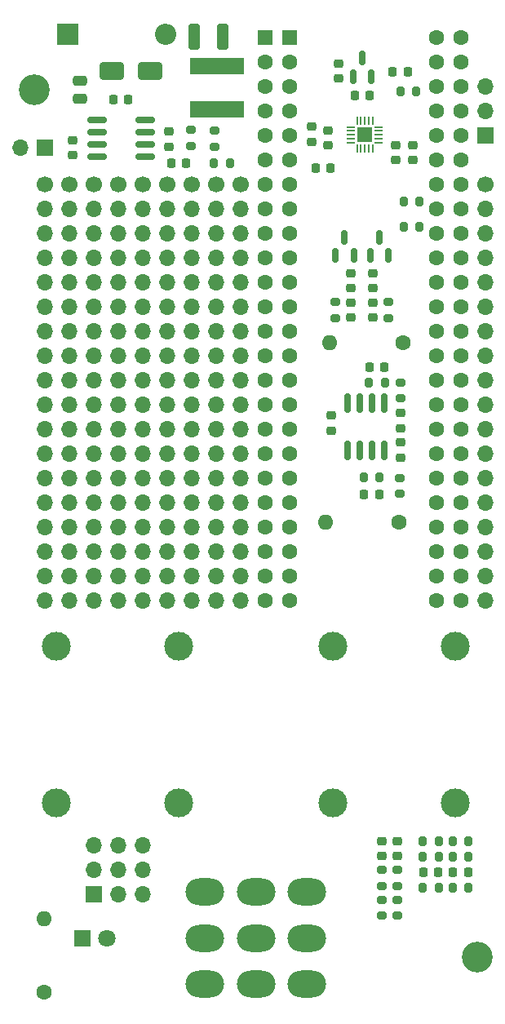
<source format=gbr>
%TF.GenerationSoftware,KiCad,Pcbnew,7.0.2*%
%TF.CreationDate,2025-02-17T11:53:52+00:00*%
%TF.ProjectId,stomp_00,73746f6d-705f-4303-902e-6b696361645f,rev?*%
%TF.SameCoordinates,Original*%
%TF.FileFunction,Soldermask,Top*%
%TF.FilePolarity,Negative*%
%FSLAX46Y46*%
G04 Gerber Fmt 4.6, Leading zero omitted, Abs format (unit mm)*
G04 Created by KiCad (PCBNEW 7.0.2) date 2025-02-17 11:53:52*
%MOMM*%
%LPD*%
G01*
G04 APERTURE LIST*
G04 Aperture macros list*
%AMRoundRect*
0 Rectangle with rounded corners*
0 $1 Rounding radius*
0 $2 $3 $4 $5 $6 $7 $8 $9 X,Y pos of 4 corners*
0 Add a 4 corners polygon primitive as box body*
4,1,4,$2,$3,$4,$5,$6,$7,$8,$9,$2,$3,0*
0 Add four circle primitives for the rounded corners*
1,1,$1+$1,$2,$3*
1,1,$1+$1,$4,$5*
1,1,$1+$1,$6,$7*
1,1,$1+$1,$8,$9*
0 Add four rect primitives between the rounded corners*
20,1,$1+$1,$2,$3,$4,$5,0*
20,1,$1+$1,$4,$5,$6,$7,0*
20,1,$1+$1,$6,$7,$8,$9,0*
20,1,$1+$1,$8,$9,$2,$3,0*%
G04 Aperture macros list end*
%ADD10R,5.700000X1.700000*%
%ADD11RoundRect,0.225000X-0.225000X-0.250000X0.225000X-0.250000X0.225000X0.250000X-0.225000X0.250000X0*%
%ADD12RoundRect,0.200000X0.200000X0.275000X-0.200000X0.275000X-0.200000X-0.275000X0.200000X-0.275000X0*%
%ADD13RoundRect,0.200000X-0.275000X0.200000X-0.275000X-0.200000X0.275000X-0.200000X0.275000X0.200000X0*%
%ADD14RoundRect,0.200000X0.275000X-0.200000X0.275000X0.200000X-0.275000X0.200000X-0.275000X-0.200000X0*%
%ADD15C,3.000000*%
%ADD16C,1.700000*%
%ADD17O,1.700000X1.700000*%
%ADD18RoundRect,0.225000X0.225000X0.250000X-0.225000X0.250000X-0.225000X-0.250000X0.225000X-0.250000X0*%
%ADD19RoundRect,0.250000X1.000000X0.650000X-1.000000X0.650000X-1.000000X-0.650000X1.000000X-0.650000X0*%
%ADD20C,1.600000*%
%ADD21O,1.600000X1.600000*%
%ADD22RoundRect,0.150000X0.150000X-0.825000X0.150000X0.825000X-0.150000X0.825000X-0.150000X-0.825000X0*%
%ADD23RoundRect,0.050000X-0.375000X-0.050000X0.375000X-0.050000X0.375000X0.050000X-0.375000X0.050000X0*%
%ADD24RoundRect,0.050000X-0.050000X-0.375000X0.050000X-0.375000X0.050000X0.375000X-0.050000X0.375000X0*%
%ADD25R,1.650000X1.650000*%
%ADD26RoundRect,0.200000X-0.200000X-0.275000X0.200000X-0.275000X0.200000X0.275000X-0.200000X0.275000X0*%
%ADD27RoundRect,0.218750X0.218750X0.256250X-0.218750X0.256250X-0.218750X-0.256250X0.218750X-0.256250X0*%
%ADD28RoundRect,0.150000X-0.825000X-0.150000X0.825000X-0.150000X0.825000X0.150000X-0.825000X0.150000X0*%
%ADD29R,1.700000X1.700000*%
%ADD30RoundRect,0.250000X0.475000X-0.250000X0.475000X0.250000X-0.475000X0.250000X-0.475000X-0.250000X0*%
%ADD31RoundRect,0.225000X-0.250000X0.225000X-0.250000X-0.225000X0.250000X-0.225000X0.250000X0.225000X0*%
%ADD32RoundRect,0.150000X0.150000X-0.587500X0.150000X0.587500X-0.150000X0.587500X-0.150000X-0.587500X0*%
%ADD33RoundRect,0.225000X0.250000X-0.225000X0.250000X0.225000X-0.250000X0.225000X-0.250000X-0.225000X0*%
%ADD34C,3.200000*%
%ADD35RoundRect,0.250000X0.325000X1.100000X-0.325000X1.100000X-0.325000X-1.100000X0.325000X-1.100000X0*%
%ADD36R,1.600000X1.600000*%
%ADD37R,2.200000X2.200000*%
%ADD38O,2.200000X2.200000*%
%ADD39R,1.800000X1.800000*%
%ADD40C,1.800000*%
%ADD41O,4.000000X2.800000*%
G04 APERTURE END LIST*
D10*
%TO.C,L1*%
X23000000Y-5550000D03*
X23000000Y-10050000D03*
%TD*%
D11*
%TO.C,C21*%
X37275000Y-8600000D03*
X38825000Y-8600000D03*
%TD*%
D12*
%TO.C,R19*%
X44000000Y-19600000D03*
X42350000Y-19600000D03*
%TD*%
D11*
%TO.C,C7*%
X44350000Y-89200000D03*
X45900000Y-89200000D03*
%TD*%
D13*
%TO.C,R10*%
X41900000Y-48275000D03*
X41900000Y-49925000D03*
%TD*%
D14*
%TO.C,R23*%
X41700000Y-93700000D03*
X41700000Y-92050000D03*
%TD*%
D15*
%TO.C,J14*%
X47700000Y-65770000D03*
X47700000Y-82000000D03*
X35000000Y-65770000D03*
X35000000Y-82000000D03*
%TD*%
D16*
%TO.C,J4*%
X12700000Y-17780000D03*
D17*
X12700000Y-20320000D03*
X12700000Y-22860000D03*
X12700000Y-25400000D03*
X12700000Y-27940000D03*
X12700000Y-30480000D03*
X12700000Y-33020000D03*
X12700000Y-35560000D03*
X12700000Y-38100000D03*
X12700000Y-40640000D03*
X12700000Y-43180000D03*
X12700000Y-45720000D03*
X12700000Y-48260000D03*
X12700000Y-50800000D03*
X12700000Y-53340000D03*
X12700000Y-55880000D03*
X12700000Y-58420000D03*
X12700000Y-60960000D03*
%TD*%
D18*
%TO.C,C22*%
X34750000Y-16100000D03*
X33200000Y-16100000D03*
%TD*%
D19*
%TO.C,D2*%
X12000000Y-6000000D03*
X16000000Y-6000000D03*
%TD*%
D14*
%TO.C,R17*%
X35250000Y-31675000D03*
X35250000Y-30025000D03*
%TD*%
D20*
%TO.C,R25*%
X5000000Y-101600000D03*
D21*
X5000000Y-93980000D03*
%TD*%
D22*
%TO.C,U3*%
X36500000Y-45450000D03*
X37770000Y-45450000D03*
X39040000Y-45450000D03*
X40310000Y-45450000D03*
X40310000Y-40500000D03*
X39040000Y-40500000D03*
X37770000Y-40500000D03*
X36500000Y-40500000D03*
%TD*%
D23*
%TO.C,U5*%
X36850000Y-11850000D03*
X36850000Y-12250000D03*
X36850000Y-12650000D03*
X36850000Y-13050000D03*
X36850000Y-13450000D03*
D24*
X37500000Y-14100000D03*
X37900000Y-14100000D03*
X38300000Y-14100000D03*
X38700000Y-14100000D03*
X39100000Y-14100000D03*
D23*
X39750000Y-13450000D03*
X39750000Y-13050000D03*
X39750000Y-12650000D03*
X39750000Y-12250000D03*
X39750000Y-11850000D03*
D24*
X39100000Y-11200000D03*
X38700000Y-11200000D03*
X38300000Y-11200000D03*
X37900000Y-11200000D03*
X37500000Y-11200000D03*
D25*
X38300000Y-12650000D03*
%TD*%
D26*
%TO.C,R20*%
X42000000Y-8200000D03*
X43650000Y-8200000D03*
%TD*%
D14*
%TO.C,R16*%
X40750000Y-31675000D03*
X40750000Y-30025000D03*
%TD*%
D27*
%TO.C,FB1*%
X42775000Y-6100000D03*
X41200000Y-6100000D03*
%TD*%
D18*
%TO.C,C4*%
X18225000Y-15575000D03*
X19775000Y-15575000D03*
%TD*%
D16*
%TO.C,J5*%
X15240000Y-17780000D03*
D17*
X15240000Y-20320000D03*
X15240000Y-22860000D03*
X15240000Y-25400000D03*
X15240000Y-27940000D03*
X15240000Y-30480000D03*
X15240000Y-33020000D03*
X15240000Y-35560000D03*
X15240000Y-38100000D03*
X15240000Y-40640000D03*
X15240000Y-43180000D03*
X15240000Y-45720000D03*
X15240000Y-48260000D03*
X15240000Y-50800000D03*
X15240000Y-53340000D03*
X15240000Y-55880000D03*
X15240000Y-58420000D03*
X15240000Y-60960000D03*
%TD*%
D28*
%TO.C,U2*%
X10525000Y-11095000D03*
X10525000Y-12365000D03*
X10525000Y-13635000D03*
X10525000Y-14905000D03*
X15475000Y-14905000D03*
X15475000Y-13635000D03*
X15475000Y-12365000D03*
X15475000Y-11095000D03*
%TD*%
D11*
%TO.C,C8*%
X47450000Y-89200000D03*
X49000000Y-89200000D03*
%TD*%
D12*
%TO.C,R15*%
X40400000Y-38400000D03*
X38750000Y-38400000D03*
%TD*%
%TO.C,R18*%
X44000000Y-22200000D03*
X42350000Y-22200000D03*
%TD*%
D26*
%TO.C,R3*%
X24300000Y-15575000D03*
X22650000Y-15575000D03*
%TD*%
D29*
%TO.C,J12*%
X50800000Y-12700000D03*
D17*
X50800000Y-10160000D03*
X50800000Y-7620000D03*
%TD*%
D30*
%TO.C,C1*%
X8775000Y-7050000D03*
X8775000Y-8950000D03*
%TD*%
D16*
%TO.C,J9*%
X25400000Y-17780000D03*
D17*
X25400000Y-20320000D03*
X25400000Y-22860000D03*
X25400000Y-25400000D03*
X25400000Y-27940000D03*
X25400000Y-30480000D03*
X25400000Y-33020000D03*
X25400000Y-35560000D03*
X25400000Y-38100000D03*
X25400000Y-40640000D03*
X25400000Y-43180000D03*
X25400000Y-45720000D03*
X25400000Y-48260000D03*
X25400000Y-50800000D03*
X25400000Y-53340000D03*
X25400000Y-55880000D03*
X25400000Y-58420000D03*
X25400000Y-60960000D03*
%TD*%
D16*
%TO.C,J8*%
X22860000Y-17780000D03*
D17*
X22860000Y-20320000D03*
X22860000Y-22860000D03*
X22860000Y-25400000D03*
X22860000Y-27940000D03*
X22860000Y-30480000D03*
X22860000Y-33020000D03*
X22860000Y-35560000D03*
X22860000Y-38100000D03*
X22860000Y-40640000D03*
X22860000Y-43180000D03*
X22860000Y-45720000D03*
X22860000Y-48260000D03*
X22860000Y-50800000D03*
X22860000Y-53340000D03*
X22860000Y-55880000D03*
X22860000Y-58420000D03*
X22860000Y-60960000D03*
%TD*%
D16*
%TO.C,J3*%
X10160000Y-17780000D03*
D17*
X10160000Y-20320000D03*
X10160000Y-22860000D03*
X10160000Y-25400000D03*
X10160000Y-27940000D03*
X10160000Y-30480000D03*
X10160000Y-33020000D03*
X10160000Y-35560000D03*
X10160000Y-38100000D03*
X10160000Y-40640000D03*
X10160000Y-43180000D03*
X10160000Y-45720000D03*
X10160000Y-48260000D03*
X10160000Y-50800000D03*
X10160000Y-53340000D03*
X10160000Y-55880000D03*
X10160000Y-58420000D03*
X10160000Y-60960000D03*
%TD*%
D16*
%TO.C,J2*%
X7620000Y-17780000D03*
D17*
X7620000Y-20320000D03*
X7620000Y-22860000D03*
X7620000Y-25400000D03*
X7620000Y-27940000D03*
X7620000Y-30480000D03*
X7620000Y-33020000D03*
X7620000Y-35560000D03*
X7620000Y-38100000D03*
X7620000Y-40640000D03*
X7620000Y-43180000D03*
X7620000Y-45720000D03*
X7620000Y-48260000D03*
X7620000Y-50800000D03*
X7620000Y-53340000D03*
X7620000Y-55880000D03*
X7620000Y-58420000D03*
X7620000Y-60960000D03*
%TD*%
D29*
%TO.C,J11*%
X5080000Y-13970000D03*
D17*
X2540000Y-13970000D03*
%TD*%
D31*
%TO.C,C16*%
X39150000Y-27000000D03*
X39150000Y-28550000D03*
%TD*%
D32*
%TO.C,U4*%
X37075000Y-6600000D03*
X38975000Y-6600000D03*
X38025000Y-4725000D03*
%TD*%
D14*
%TO.C,R11*%
X42000000Y-40000000D03*
X42000000Y-38350000D03*
%TD*%
D12*
%TO.C,R13*%
X39825000Y-48200000D03*
X38175000Y-48200000D03*
%TD*%
D32*
%TO.C,D4*%
X35250000Y-25175000D03*
X37150000Y-25175000D03*
X36200000Y-23300000D03*
%TD*%
D16*
%TO.C,J10*%
X50800000Y-17780000D03*
D17*
X50800000Y-20320000D03*
X50800000Y-22860000D03*
X50800000Y-25400000D03*
X50800000Y-27940000D03*
X50800000Y-30480000D03*
X50800000Y-33020000D03*
X50800000Y-35560000D03*
X50800000Y-38100000D03*
X50800000Y-40640000D03*
X50800000Y-43180000D03*
X50800000Y-45720000D03*
X50800000Y-48260000D03*
X50800000Y-50800000D03*
X50800000Y-53340000D03*
X50800000Y-55880000D03*
X50800000Y-58420000D03*
X50800000Y-60960000D03*
%TD*%
D14*
%TO.C,R22*%
X41700000Y-90600000D03*
X41700000Y-88950000D03*
%TD*%
D31*
%TO.C,C26*%
X40100000Y-85950000D03*
X40100000Y-87500000D03*
%TD*%
D26*
%TO.C,R7*%
X47400000Y-86000000D03*
X49050000Y-86000000D03*
%TD*%
D31*
%TO.C,C3*%
X8000000Y-14775000D03*
X8000000Y-13225000D03*
%TD*%
D29*
%TO.C,J13*%
X10160000Y-91440000D03*
D17*
X10160000Y-88900000D03*
X10160000Y-86360000D03*
X12700000Y-91440000D03*
X12700000Y-88900000D03*
X12700000Y-86360000D03*
X15240000Y-91440000D03*
X15240000Y-88900000D03*
X15240000Y-86360000D03*
%TD*%
D32*
%TO.C,D3*%
X38850000Y-25175000D03*
X40750000Y-25175000D03*
X39800000Y-23300000D03*
%TD*%
D33*
%TO.C,C23*%
X32800000Y-13375000D03*
X32800000Y-11825000D03*
%TD*%
%TO.C,C24*%
X34500000Y-13775000D03*
X34500000Y-12225000D03*
%TD*%
D26*
%TO.C,R8*%
X44300000Y-87600000D03*
X45950000Y-87600000D03*
%TD*%
D34*
%TO.C,H2*%
X50000000Y-98000000D03*
%TD*%
D31*
%TO.C,C19*%
X43300000Y-13725000D03*
X43300000Y-15275000D03*
%TD*%
D26*
%TO.C,R6*%
X44300000Y-86000000D03*
X45950000Y-86000000D03*
%TD*%
D33*
%TO.C,C13*%
X34800000Y-43350000D03*
X34800000Y-41800000D03*
%TD*%
D14*
%TO.C,R21*%
X40100000Y-90600000D03*
X40100000Y-88950000D03*
%TD*%
D15*
%TO.C,J15*%
X6300000Y-82000000D03*
X6300000Y-65770000D03*
X19000000Y-82000000D03*
X19000000Y-65770000D03*
%TD*%
D31*
%TO.C,C17*%
X36850000Y-27025000D03*
X36850000Y-28575000D03*
%TD*%
D16*
%TO.C,J7*%
X20320000Y-17780000D03*
D17*
X20320000Y-20320000D03*
X20320000Y-22860000D03*
X20320000Y-25400000D03*
X20320000Y-27940000D03*
X20320000Y-30480000D03*
X20320000Y-33020000D03*
X20320000Y-35560000D03*
X20320000Y-38100000D03*
X20320000Y-40640000D03*
X20320000Y-43180000D03*
X20320000Y-45720000D03*
X20320000Y-48260000D03*
X20320000Y-50800000D03*
X20320000Y-53340000D03*
X20320000Y-55880000D03*
X20320000Y-58420000D03*
X20320000Y-60960000D03*
%TD*%
D31*
%TO.C,C14*%
X39150000Y-30075000D03*
X39150000Y-31625000D03*
%TD*%
D13*
%TO.C,R1*%
X20225000Y-13825000D03*
X20225000Y-12175000D03*
%TD*%
D26*
%TO.C,R9*%
X47400000Y-87600000D03*
X49050000Y-87600000D03*
%TD*%
D16*
%TO.C,J6*%
X17780000Y-17780000D03*
D17*
X17780000Y-20320000D03*
X17780000Y-22860000D03*
X17780000Y-25400000D03*
X17780000Y-27940000D03*
X17780000Y-30480000D03*
X17780000Y-33020000D03*
X17780000Y-35560000D03*
X17780000Y-38100000D03*
X17780000Y-40640000D03*
X17780000Y-43180000D03*
X17780000Y-45720000D03*
X17780000Y-48260000D03*
X17780000Y-50800000D03*
X17780000Y-53340000D03*
X17780000Y-55880000D03*
X17780000Y-58420000D03*
X17780000Y-60960000D03*
%TD*%
D18*
%TO.C,C11*%
X39775000Y-50000000D03*
X38225000Y-50000000D03*
%TD*%
D31*
%TO.C,C25*%
X41700000Y-85950000D03*
X41700000Y-87500000D03*
%TD*%
D35*
%TO.C,C6*%
X20625000Y-2500000D03*
X23575000Y-2500000D03*
%TD*%
D33*
%TO.C,C18*%
X35575000Y-6800000D03*
X35575000Y-5250000D03*
%TD*%
D31*
%TO.C,C9*%
X42000000Y-44600000D03*
X42000000Y-46150000D03*
%TD*%
D34*
%TO.C,H1*%
X4000000Y-8000000D03*
%TD*%
D36*
%TO.C,U1*%
X30480000Y-2540000D03*
X27940000Y-2540000D03*
D20*
X30480000Y-5080000D03*
X27940000Y-5080000D03*
X30480000Y-7620000D03*
X27940000Y-7620000D03*
X30480000Y-10160000D03*
X27940000Y-10160000D03*
X30480000Y-12700000D03*
X27940000Y-12700000D03*
X30480000Y-15240000D03*
X27940000Y-15240000D03*
X30480000Y-17780000D03*
X27940000Y-17780000D03*
X30480000Y-20320000D03*
X27940000Y-20320000D03*
X30480000Y-22860000D03*
X27940000Y-22860000D03*
X30480000Y-25400000D03*
X27940000Y-25400000D03*
X30480000Y-27940000D03*
X27940000Y-27940000D03*
X30480000Y-30480000D03*
X27940000Y-30480000D03*
X30480000Y-33020000D03*
X27940000Y-33020000D03*
X30480000Y-35560000D03*
X27940000Y-35560000D03*
X30480000Y-38100000D03*
X27940000Y-38100000D03*
X30480000Y-40640000D03*
X27940000Y-40640000D03*
X30480000Y-43180000D03*
X27940000Y-43180000D03*
X30480000Y-45720000D03*
X27940000Y-45720000D03*
X30480000Y-48260000D03*
X27940000Y-48260000D03*
X30480000Y-50800000D03*
X27940000Y-50800000D03*
X30480000Y-53340000D03*
X27940000Y-53340000D03*
X30480000Y-55880000D03*
X27940000Y-55880000D03*
X30480000Y-58420000D03*
X27940000Y-58420000D03*
X30480000Y-60960000D03*
X27940000Y-60960000D03*
X48260000Y-60960000D03*
X45720000Y-60960000D03*
X48260000Y-58420000D03*
X45720000Y-58420000D03*
X48260000Y-55880000D03*
X45720000Y-55880000D03*
X48260000Y-53340000D03*
X45720000Y-53340000D03*
X48260000Y-50800000D03*
X45720000Y-50800000D03*
X48260000Y-48260000D03*
X45720000Y-48260000D03*
X48260000Y-45720000D03*
X45720000Y-45720000D03*
X48260000Y-43180000D03*
X45720000Y-43180000D03*
X48260000Y-40640000D03*
X45720000Y-40640000D03*
X48260000Y-38100000D03*
X45720000Y-38100000D03*
X48260000Y-35560000D03*
X45720000Y-35560000D03*
X48260000Y-33020000D03*
X45720000Y-33020000D03*
X48260000Y-30480000D03*
X45720000Y-30480000D03*
X48260000Y-27940000D03*
X45720000Y-27940000D03*
X48260000Y-25400000D03*
X45720000Y-25400000D03*
X48260000Y-22860000D03*
X45720000Y-22860000D03*
X48260000Y-20320000D03*
X45720000Y-20320000D03*
X48260000Y-17780000D03*
X45720000Y-17780000D03*
X48260000Y-15240000D03*
X45720000Y-15240000D03*
X48260000Y-12700000D03*
X45720000Y-12700000D03*
X48260000Y-10160000D03*
X45720000Y-10160000D03*
X48260000Y-7620000D03*
X45720000Y-7620000D03*
X48260000Y-5080000D03*
X45720000Y-5080000D03*
X48260000Y-2540000D03*
X45720000Y-2540000D03*
%TD*%
D37*
%TO.C,D1*%
X7500000Y-2250000D03*
D38*
X17660000Y-2250000D03*
%TD*%
D13*
%TO.C,R2*%
X22725000Y-13900000D03*
X22725000Y-12250000D03*
%TD*%
D39*
%TO.C,D5*%
X9000000Y-96000000D03*
D40*
X11540000Y-96000000D03*
%TD*%
D41*
%TO.C,SW1*%
X21700000Y-100800000D03*
X21700000Y-96000000D03*
X21700000Y-91200000D03*
X27000000Y-100800000D03*
X27000000Y-96000000D03*
X27000000Y-91200000D03*
X32300000Y-100800000D03*
X32300000Y-96000000D03*
X32300000Y-91200000D03*
%TD*%
D18*
%TO.C,C2*%
X12225000Y-9000000D03*
X13775000Y-9000000D03*
%TD*%
D26*
%TO.C,R5*%
X47390000Y-90800000D03*
X49040000Y-90800000D03*
%TD*%
D16*
%TO.C,J1*%
X5080000Y-17780000D03*
D17*
X5080000Y-20320000D03*
X5080000Y-22860000D03*
X5080000Y-25400000D03*
X5080000Y-27940000D03*
X5080000Y-30480000D03*
X5080000Y-33020000D03*
X5080000Y-35560000D03*
X5080000Y-38100000D03*
X5080000Y-40640000D03*
X5080000Y-43180000D03*
X5080000Y-45720000D03*
X5080000Y-48260000D03*
X5080000Y-50800000D03*
X5080000Y-53340000D03*
X5080000Y-55880000D03*
X5080000Y-58420000D03*
X5080000Y-60960000D03*
%TD*%
D33*
%TO.C,C15*%
X36850000Y-31625000D03*
X36850000Y-30075000D03*
%TD*%
D26*
%TO.C,R4*%
X44300000Y-90800000D03*
X45950000Y-90800000D03*
%TD*%
D18*
%TO.C,C12*%
X40350000Y-36800000D03*
X38800000Y-36800000D03*
%TD*%
D31*
%TO.C,C20*%
X41500000Y-13725000D03*
X41500000Y-15275000D03*
%TD*%
D14*
%TO.C,R24*%
X40100000Y-93700000D03*
X40100000Y-92050000D03*
%TD*%
D33*
%TO.C,C10*%
X42000000Y-43100000D03*
X42000000Y-41550000D03*
%TD*%
%TO.C,C5*%
X17975000Y-12325000D03*
X17975000Y-13875000D03*
%TD*%
D20*
%TO.C,R14*%
X42300000Y-34200000D03*
D21*
X34680000Y-34200000D03*
%TD*%
D20*
%TO.C,R12*%
X41810000Y-52900000D03*
D21*
X34190000Y-52900000D03*
%TD*%
M02*

</source>
